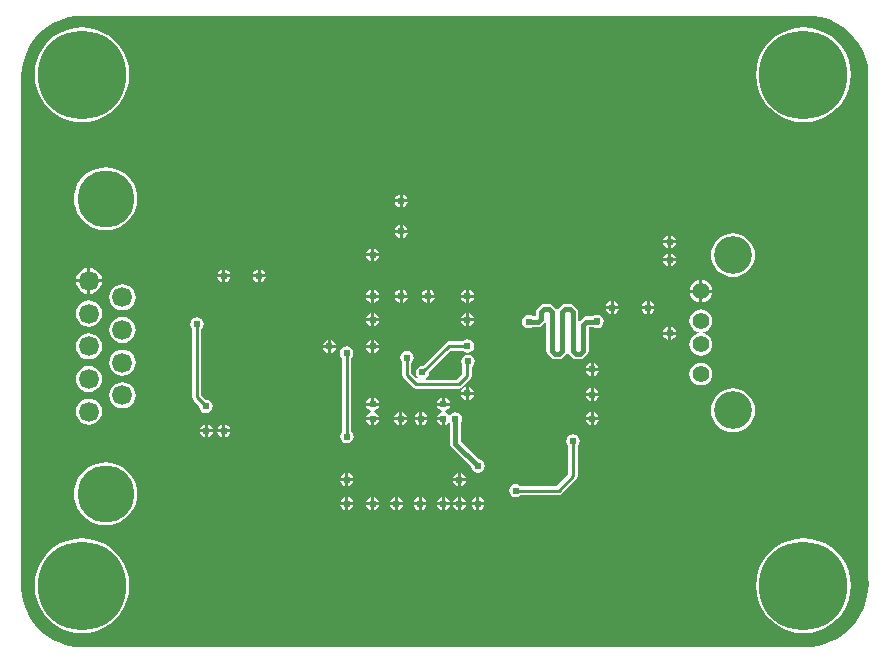
<source format=gbl>
G04*
G04 #@! TF.GenerationSoftware,Altium Limited,Altium Designer,20.1.10 (176)*
G04*
G04 Layer_Physical_Order=2*
G04 Layer_Color=16711680*
%FSLAX25Y25*%
%MOIN*%
G70*
G04*
G04 #@! TF.SameCoordinates,3FE8EB72-B5E6-4F20-A0E2-AFB057232DD4*
G04*
G04*
G04 #@! TF.FilePolarity,Positive*
G04*
G01*
G75*
%ADD10C,0.01000*%
%ADD32C,0.01500*%
%ADD33C,0.06653*%
%ADD34C,0.19000*%
%ADD35C,0.12598*%
%ADD36C,0.05512*%
%ADD37C,0.29528*%
%ADD38C,0.02400*%
G36*
X263931Y210461D02*
X266559Y210035D01*
X269109Y209271D01*
X271537Y208180D01*
X273802Y206781D01*
X275866Y205099D01*
X277692Y203161D01*
X279249Y201002D01*
X280511Y198658D01*
X281457Y196170D01*
X282070Y193579D01*
X282339Y190930D01*
X282300Y189600D01*
X282300D01*
X282300Y189106D01*
X282300Y22800D01*
X282300Y22800D01*
X282402Y21407D01*
X282239Y18619D01*
X281715Y15876D01*
X280837Y13224D01*
X279620Y10710D01*
X278085Y8377D01*
X276259Y6263D01*
X274173Y4406D01*
X271862Y2838D01*
X269366Y1584D01*
X266728Y667D01*
X263993Y102D01*
X262600Y-0D01*
Y-0D01*
X19600Y0D01*
X18266Y49D01*
X15634Y495D01*
X13083Y1280D01*
X10656Y2392D01*
X8395Y3811D01*
X6338Y5513D01*
X4522Y7469D01*
X2976Y9645D01*
X1727Y12004D01*
X797Y14506D01*
X201Y17109D01*
X-49Y19766D01*
X-0Y21100D01*
X-0D01*
X-0Y189200D01*
X0D01*
X-52Y190544D01*
X194Y193222D01*
X789Y195844D01*
X1720Y198367D01*
X2973Y200747D01*
X4526Y202943D01*
X6352Y204917D01*
X8420Y206636D01*
X10695Y208071D01*
X13137Y209196D01*
X15706Y209993D01*
X18356Y210448D01*
X19208Y210481D01*
X19700Y210500D01*
X19700Y210500D01*
X19700Y210500D01*
X262600D01*
X262600Y210500D01*
X262600Y210500D01*
X263931Y210461D01*
D02*
G37*
%LPC*%
G36*
X260700Y206612D02*
X258226Y206418D01*
X255814Y205839D01*
X253521Y204889D01*
X251406Y203593D01*
X249519Y201981D01*
X247907Y200094D01*
X246611Y197979D01*
X245661Y195686D01*
X245082Y193274D01*
X244887Y190800D01*
X245082Y188326D01*
X245661Y185914D01*
X246611Y183621D01*
X247907Y181506D01*
X249519Y179619D01*
X251406Y178007D01*
X253521Y176711D01*
X255814Y175761D01*
X258226Y175182D01*
X260700Y174987D01*
X263174Y175182D01*
X265586Y175761D01*
X267879Y176711D01*
X269994Y178007D01*
X271881Y179619D01*
X273493Y181506D01*
X274789Y183621D01*
X275739Y185914D01*
X276318Y188326D01*
X276513Y190800D01*
X276318Y193274D01*
X275739Y195686D01*
X274789Y197979D01*
X273493Y200094D01*
X271881Y201981D01*
X269994Y203593D01*
X267879Y204889D01*
X265586Y205839D01*
X263174Y206418D01*
X260700Y206612D01*
D02*
G37*
G36*
X20200D02*
X17726Y206418D01*
X15314Y205839D01*
X13021Y204889D01*
X10906Y203593D01*
X9019Y201981D01*
X7407Y200094D01*
X6111Y197979D01*
X5161Y195686D01*
X4582Y193274D01*
X4388Y190800D01*
X4582Y188326D01*
X5161Y185914D01*
X6111Y183621D01*
X7407Y181506D01*
X9019Y179619D01*
X10906Y178007D01*
X13021Y176711D01*
X15314Y175761D01*
X17726Y175182D01*
X20200Y174987D01*
X22674Y175182D01*
X25086Y175761D01*
X27379Y176711D01*
X29494Y178007D01*
X31381Y179619D01*
X32993Y181506D01*
X34289Y183621D01*
X35239Y185914D01*
X35818Y188326D01*
X36013Y190800D01*
X35818Y193274D01*
X35239Y195686D01*
X34289Y197979D01*
X32993Y200094D01*
X31381Y201981D01*
X29494Y203593D01*
X27379Y204889D01*
X25086Y205839D01*
X22674Y206418D01*
X20200Y206612D01*
D02*
G37*
G36*
X127097Y150940D02*
Y149296D01*
X128741D01*
X128670Y149655D01*
X128183Y150382D01*
X127456Y150869D01*
X127097Y150940D01*
D02*
G37*
G36*
X126097D02*
X125739Y150869D01*
X125011Y150382D01*
X124525Y149655D01*
X124454Y149296D01*
X126097D01*
Y150940D01*
D02*
G37*
G36*
X128741Y148296D02*
X127097D01*
Y146653D01*
X127456Y146724D01*
X128183Y147210D01*
X128670Y147938D01*
X128741Y148296D01*
D02*
G37*
G36*
X126097D02*
X124454D01*
X124525Y147938D01*
X125011Y147210D01*
X125739Y146724D01*
X126097Y146653D01*
Y148296D01*
D02*
G37*
G36*
X127097Y140740D02*
Y139096D01*
X128741D01*
X128670Y139455D01*
X128183Y140182D01*
X127456Y140669D01*
X127097Y140740D01*
D02*
G37*
G36*
X126097D02*
X125739Y140669D01*
X125011Y140182D01*
X124525Y139455D01*
X124454Y139096D01*
X126097D01*
Y140740D01*
D02*
G37*
G36*
X28097Y160029D02*
X26450Y159899D01*
X24843Y159513D01*
X23316Y158881D01*
X21906Y158017D01*
X20650Y156944D01*
X19576Y155687D01*
X18713Y154278D01*
X18080Y152751D01*
X17695Y151144D01*
X17565Y149496D01*
X17695Y147849D01*
X18080Y146241D01*
X18713Y144715D01*
X19576Y143305D01*
X20650Y142049D01*
X21906Y140975D01*
X23316Y140112D01*
X24843Y139479D01*
X26450Y139093D01*
X28097Y138964D01*
X29745Y139093D01*
X31352Y139479D01*
X32879Y140112D01*
X34288Y140975D01*
X35545Y142049D01*
X36618Y143305D01*
X37482Y144715D01*
X38114Y146241D01*
X38500Y147849D01*
X38630Y149496D01*
X38500Y151144D01*
X38114Y152751D01*
X37482Y154278D01*
X36618Y155687D01*
X35545Y156944D01*
X34288Y158017D01*
X32879Y158881D01*
X31352Y159513D01*
X29745Y159899D01*
X28097Y160029D01*
D02*
G37*
G36*
X128741Y138096D02*
X127097D01*
Y136453D01*
X127456Y136524D01*
X128183Y137010D01*
X128670Y137738D01*
X128741Y138096D01*
D02*
G37*
G36*
X126097D02*
X124454D01*
X124525Y137738D01*
X125011Y137010D01*
X125739Y136524D01*
X126097Y136453D01*
Y138096D01*
D02*
G37*
G36*
X216597Y137240D02*
Y135596D01*
X218241D01*
X218170Y135955D01*
X217684Y136682D01*
X216956Y137169D01*
X216597Y137240D01*
D02*
G37*
G36*
X215597D02*
X215239Y137169D01*
X214511Y136682D01*
X214025Y135955D01*
X213954Y135596D01*
X215597D01*
Y137240D01*
D02*
G37*
G36*
X218241Y134596D02*
X216597D01*
Y132953D01*
X216956Y133024D01*
X217684Y133510D01*
X218170Y134238D01*
X218241Y134596D01*
D02*
G37*
G36*
X215597D02*
X213954D01*
X214025Y134238D01*
X214511Y133510D01*
X215239Y133024D01*
X215597Y132953D01*
Y134596D01*
D02*
G37*
G36*
X117597Y132940D02*
Y131296D01*
X119241D01*
X119170Y131655D01*
X118684Y132382D01*
X117956Y132869D01*
X117597Y132940D01*
D02*
G37*
G36*
X116597D02*
X116239Y132869D01*
X115511Y132382D01*
X115025Y131655D01*
X114954Y131296D01*
X116597D01*
Y132940D01*
D02*
G37*
G36*
X216597Y131240D02*
Y129596D01*
X218241D01*
X218170Y129955D01*
X217684Y130682D01*
X216956Y131169D01*
X216597Y131240D01*
D02*
G37*
G36*
X215597D02*
X215239Y131169D01*
X214511Y130682D01*
X214025Y129955D01*
X213954Y129596D01*
X215597D01*
Y131240D01*
D02*
G37*
G36*
X119241Y130296D02*
X117597D01*
Y128653D01*
X117956Y128724D01*
X118684Y129210D01*
X119170Y129938D01*
X119241Y130296D01*
D02*
G37*
G36*
X116597D02*
X114954D01*
X115025Y129938D01*
X115511Y129210D01*
X116239Y128724D01*
X116597Y128653D01*
Y130296D01*
D02*
G37*
G36*
X218241Y128596D02*
X216597D01*
Y126953D01*
X216956Y127024D01*
X217684Y127510D01*
X218170Y128238D01*
X218241Y128596D01*
D02*
G37*
G36*
X215597D02*
X213954D01*
X214025Y128238D01*
X214511Y127510D01*
X215239Y127024D01*
X215597Y126953D01*
Y128596D01*
D02*
G37*
G36*
X79797Y125940D02*
Y124296D01*
X81441D01*
X81370Y124655D01*
X80884Y125382D01*
X80156Y125869D01*
X79797Y125940D01*
D02*
G37*
G36*
X78797D02*
X78439Y125869D01*
X77711Y125382D01*
X77225Y124655D01*
X77154Y124296D01*
X78797D01*
Y125940D01*
D02*
G37*
G36*
X67997D02*
Y124296D01*
X69641D01*
X69570Y124655D01*
X69083Y125382D01*
X68356Y125869D01*
X67997Y125940D01*
D02*
G37*
G36*
X66997D02*
X66639Y125869D01*
X65911Y125382D01*
X65425Y124655D01*
X65354Y124296D01*
X66997D01*
Y125940D01*
D02*
G37*
G36*
X237197Y138031D02*
X235767Y137890D01*
X234391Y137472D01*
X233122Y136795D01*
X232011Y135882D01*
X231099Y134771D01*
X230421Y133503D01*
X230004Y132127D01*
X229863Y130696D01*
X230004Y129265D01*
X230421Y127889D01*
X231099Y126621D01*
X232011Y125510D01*
X233122Y124598D01*
X234391Y123920D01*
X235767Y123503D01*
X237197Y123362D01*
X238628Y123503D01*
X240004Y123920D01*
X241272Y124598D01*
X242384Y125510D01*
X243296Y126621D01*
X243974Y127889D01*
X244391Y129265D01*
X244532Y130696D01*
X244391Y132127D01*
X243974Y133503D01*
X243296Y134771D01*
X242384Y135882D01*
X241272Y136795D01*
X240004Y137472D01*
X238628Y137890D01*
X237197Y138031D01*
D02*
G37*
G36*
X23006Y126412D02*
Y122614D01*
X26805D01*
X26722Y123244D01*
X26286Y124296D01*
X25592Y125200D01*
X24688Y125894D01*
X23636Y126330D01*
X23006Y126412D01*
D02*
G37*
G36*
X22006Y126412D02*
X21377Y126330D01*
X20324Y125894D01*
X19421Y125200D01*
X18727Y124296D01*
X18291Y123244D01*
X18208Y122614D01*
X22006D01*
Y126412D01*
D02*
G37*
G36*
X81441Y123296D02*
X79797D01*
Y121653D01*
X80156Y121724D01*
X80884Y122210D01*
X81370Y122938D01*
X81441Y123296D01*
D02*
G37*
G36*
X78797D02*
X77154D01*
X77225Y122938D01*
X77711Y122210D01*
X78439Y121724D01*
X78797Y121653D01*
Y123296D01*
D02*
G37*
G36*
X69641D02*
X67997D01*
Y121653D01*
X68356Y121724D01*
X69083Y122210D01*
X69570Y122938D01*
X69641Y123296D01*
D02*
G37*
G36*
X66997D02*
X65354D01*
X65425Y122938D01*
X65911Y122210D01*
X66639Y121724D01*
X66997Y121653D01*
Y123296D01*
D02*
G37*
G36*
X226997Y122359D02*
Y119136D01*
X230220D01*
X230157Y119617D01*
X229778Y120530D01*
X229176Y121315D01*
X228392Y121917D01*
X227478Y122295D01*
X226997Y122359D01*
D02*
G37*
G36*
X225997D02*
X225517Y122295D01*
X224603Y121917D01*
X223819Y121315D01*
X223217Y120530D01*
X222838Y119617D01*
X222775Y119136D01*
X225997D01*
Y122359D01*
D02*
G37*
G36*
X26805Y121614D02*
X23006D01*
Y117816D01*
X23636Y117899D01*
X24688Y118335D01*
X25592Y119028D01*
X26286Y119932D01*
X26722Y120985D01*
X26805Y121614D01*
D02*
G37*
G36*
X22006D02*
X18208D01*
X18291Y120985D01*
X18727Y119932D01*
X19421Y119028D01*
X20324Y118335D01*
X21377Y117899D01*
X22006Y117816D01*
Y121614D01*
D02*
G37*
G36*
X149197Y119140D02*
Y117496D01*
X150841D01*
X150770Y117855D01*
X150284Y118582D01*
X149556Y119069D01*
X149197Y119140D01*
D02*
G37*
G36*
X148197D02*
X147839Y119069D01*
X147111Y118582D01*
X146625Y117855D01*
X146554Y117496D01*
X148197D01*
Y119140D01*
D02*
G37*
G36*
X136097D02*
Y117496D01*
X137741D01*
X137670Y117855D01*
X137183Y118582D01*
X136456Y119069D01*
X136097Y119140D01*
D02*
G37*
G36*
X135097D02*
X134739Y119069D01*
X134011Y118582D01*
X133525Y117855D01*
X133454Y117496D01*
X135097D01*
Y119140D01*
D02*
G37*
G36*
X127097D02*
Y117496D01*
X128741D01*
X128670Y117855D01*
X128183Y118582D01*
X127456Y119069D01*
X127097Y119140D01*
D02*
G37*
G36*
X126097D02*
X125739Y119069D01*
X125011Y118582D01*
X124525Y117855D01*
X124454Y117496D01*
X126097D01*
Y119140D01*
D02*
G37*
G36*
X117597D02*
Y117496D01*
X119241D01*
X119170Y117855D01*
X118684Y118582D01*
X117956Y119069D01*
X117597Y119140D01*
D02*
G37*
G36*
X116597D02*
X116239Y119069D01*
X115511Y118582D01*
X115025Y117855D01*
X114954Y117496D01*
X116597D01*
Y119140D01*
D02*
G37*
G36*
X230220Y118136D02*
X226997D01*
Y114914D01*
X227478Y114977D01*
X228392Y115355D01*
X229176Y115957D01*
X229778Y116742D01*
X230157Y117656D01*
X230220Y118136D01*
D02*
G37*
G36*
X225997D02*
X222775D01*
X222838Y117656D01*
X223217Y116742D01*
X223819Y115957D01*
X224603Y115355D01*
X225517Y114977D01*
X225997Y114914D01*
Y118136D01*
D02*
G37*
G36*
X150841Y116496D02*
X149197D01*
Y114853D01*
X149556Y114924D01*
X150284Y115410D01*
X150770Y116138D01*
X150841Y116496D01*
D02*
G37*
G36*
X148197D02*
X146554D01*
X146625Y116138D01*
X147111Y115410D01*
X147839Y114924D01*
X148197Y114853D01*
Y116496D01*
D02*
G37*
G36*
X137741D02*
X136097D01*
Y114853D01*
X136456Y114924D01*
X137183Y115410D01*
X137670Y116138D01*
X137741Y116496D01*
D02*
G37*
G36*
X135097D02*
X133454D01*
X133525Y116138D01*
X134011Y115410D01*
X134739Y114924D01*
X135097Y114853D01*
Y116496D01*
D02*
G37*
G36*
X128741D02*
X127097D01*
Y114853D01*
X127456Y114924D01*
X128183Y115410D01*
X128670Y116138D01*
X128741Y116496D01*
D02*
G37*
G36*
X126097D02*
X124454D01*
X124525Y116138D01*
X125011Y115410D01*
X125739Y114924D01*
X126097Y114853D01*
Y116496D01*
D02*
G37*
G36*
X119241D02*
X117597D01*
Y114853D01*
X117956Y114924D01*
X118684Y115410D01*
X119170Y116138D01*
X119241Y116496D01*
D02*
G37*
G36*
X116597D02*
X114954D01*
X115025Y116138D01*
X115511Y115410D01*
X116239Y114924D01*
X116597Y114853D01*
Y116496D01*
D02*
G37*
G36*
X209397Y115323D02*
Y113680D01*
X211041D01*
X210970Y114038D01*
X210484Y114766D01*
X209756Y115252D01*
X209397Y115323D01*
D02*
G37*
G36*
X208397D02*
X208039Y115252D01*
X207311Y114766D01*
X206825Y114038D01*
X206754Y113680D01*
X208397D01*
Y115323D01*
D02*
G37*
G36*
X197430D02*
Y113680D01*
X199074D01*
X199002Y114038D01*
X198516Y114766D01*
X197788Y115252D01*
X197430Y115323D01*
D02*
G37*
G36*
X196430D02*
X196072Y115252D01*
X195344Y114766D01*
X194858Y114038D01*
X194786Y113680D01*
X196430D01*
Y115323D01*
D02*
G37*
G36*
X182738Y114430D02*
X181337D01*
X180655Y114295D01*
X180076Y113908D01*
X180076Y113908D01*
X179026Y112858D01*
X178838Y112577D01*
X178237Y112577D01*
X178049Y112858D01*
X178049Y112858D01*
X176999Y113908D01*
X176420Y114295D01*
X175738Y114430D01*
X174337D01*
X173655Y114295D01*
X173076Y113908D01*
X173076Y113908D01*
X172026Y112858D01*
X171639Y112279D01*
X171503Y111596D01*
Y110285D01*
X171498Y110281D01*
X170387D01*
X169956Y110569D01*
X169097Y110739D01*
X168239Y110569D01*
X167511Y110082D01*
X167025Y109355D01*
X166854Y108496D01*
X167025Y107638D01*
X167511Y106910D01*
X168239Y106424D01*
X169097Y106253D01*
X169956Y106424D01*
X170387Y106712D01*
X172238D01*
X172920Y106848D01*
X173499Y107235D01*
X174503Y108239D01*
X174695Y108214D01*
X175003Y108064D01*
Y98845D01*
X175139Y98162D01*
X175526Y97583D01*
X176576Y96533D01*
X176576Y96533D01*
X177155Y96146D01*
X177838Y96010D01*
X179237D01*
X179920Y96146D01*
X180499Y96533D01*
X181549Y97583D01*
X181549Y97583D01*
X181737Y97864D01*
X182338Y97864D01*
X182526Y97583D01*
X183576Y96533D01*
X183576Y96533D01*
X184155Y96146D01*
X184837Y96010D01*
X186238D01*
X186920Y96146D01*
X187499Y96533D01*
X188549Y97583D01*
X188549Y97583D01*
X188936Y98162D01*
X189072Y98845D01*
Y106707D01*
X189077Y106712D01*
X190758D01*
X191039Y106524D01*
X191897Y106353D01*
X192756Y106524D01*
X193483Y107010D01*
X193970Y107738D01*
X194141Y108596D01*
X193970Y109455D01*
X193483Y110182D01*
X192756Y110669D01*
X191897Y110839D01*
X191039Y110669D01*
X190458Y110281D01*
X188338D01*
X187655Y110145D01*
X187076Y109758D01*
X187076Y109758D01*
X186072Y108754D01*
X185880Y108779D01*
X185572Y108928D01*
Y111596D01*
X185436Y112279D01*
X185049Y112858D01*
X185049Y112858D01*
X183999Y113908D01*
X183420Y114295D01*
X182738Y114430D01*
D02*
G37*
G36*
X33688Y121025D02*
X32559Y120877D01*
X31506Y120441D01*
X30602Y119747D01*
X29909Y118843D01*
X29473Y117791D01*
X29324Y116661D01*
X29473Y115532D01*
X29909Y114479D01*
X30602Y113575D01*
X31506Y112882D01*
X32559Y112446D01*
X33688Y112297D01*
X34818Y112446D01*
X35870Y112882D01*
X36774Y113575D01*
X37468Y114479D01*
X37904Y115532D01*
X38052Y116661D01*
X37904Y117791D01*
X37468Y118843D01*
X36774Y119747D01*
X35870Y120441D01*
X34818Y120877D01*
X33688Y121025D01*
D02*
G37*
G36*
X211041Y112680D02*
X209397D01*
Y111036D01*
X209756Y111107D01*
X210484Y111594D01*
X210970Y112321D01*
X211041Y112680D01*
D02*
G37*
G36*
X208397D02*
X206754D01*
X206825Y112321D01*
X207311Y111594D01*
X208039Y111107D01*
X208397Y111036D01*
Y112680D01*
D02*
G37*
G36*
X199074D02*
X197430D01*
Y111036D01*
X197788Y111107D01*
X198516Y111594D01*
X199002Y112321D01*
X199074Y112680D01*
D02*
G37*
G36*
X196430D02*
X194786D01*
X194858Y112321D01*
X195344Y111594D01*
X196072Y111107D01*
X196430Y111036D01*
Y112680D01*
D02*
G37*
G36*
X149197Y111340D02*
Y109696D01*
X150841D01*
X150770Y110055D01*
X150284Y110782D01*
X149556Y111269D01*
X149197Y111340D01*
D02*
G37*
G36*
X148197D02*
X147839Y111269D01*
X147111Y110782D01*
X146625Y110055D01*
X146554Y109696D01*
X148197D01*
Y111340D01*
D02*
G37*
G36*
X117597D02*
Y109696D01*
X119241D01*
X119170Y110055D01*
X118684Y110782D01*
X117956Y111269D01*
X117597Y111340D01*
D02*
G37*
G36*
X116597D02*
X116239Y111269D01*
X115511Y110782D01*
X115025Y110055D01*
X114954Y109696D01*
X116597D01*
Y111340D01*
D02*
G37*
G36*
X150841Y108696D02*
X149197D01*
Y107053D01*
X149556Y107124D01*
X150284Y107610D01*
X150770Y108338D01*
X150841Y108696D01*
D02*
G37*
G36*
X148197D02*
X146554D01*
X146625Y108338D01*
X147111Y107610D01*
X147839Y107124D01*
X148197Y107053D01*
Y108696D01*
D02*
G37*
G36*
X119241D02*
X117597D01*
Y107053D01*
X117956Y107124D01*
X118684Y107610D01*
X119170Y108338D01*
X119241Y108696D01*
D02*
G37*
G36*
X116597D02*
X114954D01*
X115025Y108338D01*
X115511Y107610D01*
X116239Y107124D01*
X116597Y107053D01*
Y108696D01*
D02*
G37*
G36*
X22506Y115573D02*
X21377Y115425D01*
X20324Y114989D01*
X19421Y114295D01*
X18727Y113391D01*
X18291Y112339D01*
X18142Y111209D01*
X18291Y110080D01*
X18727Y109027D01*
X19421Y108123D01*
X20324Y107430D01*
X21377Y106994D01*
X22506Y106845D01*
X23636Y106994D01*
X24688Y107430D01*
X25592Y108123D01*
X26286Y109027D01*
X26722Y110080D01*
X26871Y111209D01*
X26722Y112339D01*
X26286Y113391D01*
X25592Y114295D01*
X24688Y114989D01*
X23636Y115425D01*
X22506Y115573D01*
D02*
G37*
G36*
X216597Y106840D02*
Y105196D01*
X218241D01*
X218170Y105555D01*
X217684Y106282D01*
X216956Y106769D01*
X216597Y106840D01*
D02*
G37*
G36*
X215597D02*
X215239Y106769D01*
X214511Y106282D01*
X214025Y105555D01*
X213954Y105196D01*
X215597D01*
Y106840D01*
D02*
G37*
G36*
X218241Y104196D02*
X216597D01*
Y102553D01*
X216956Y102624D01*
X217684Y103110D01*
X218170Y103838D01*
X218241Y104196D01*
D02*
G37*
G36*
X215597D02*
X213954D01*
X214025Y103838D01*
X214511Y103110D01*
X215239Y102624D01*
X215597Y102553D01*
Y104196D01*
D02*
G37*
G36*
X33688Y110120D02*
X32559Y109972D01*
X31506Y109536D01*
X30602Y108842D01*
X29909Y107938D01*
X29473Y106886D01*
X29324Y105756D01*
X29473Y104627D01*
X29909Y103574D01*
X30602Y102670D01*
X31506Y101977D01*
X32559Y101541D01*
X33688Y101392D01*
X34818Y101541D01*
X35870Y101977D01*
X36774Y102670D01*
X37468Y103574D01*
X37904Y104627D01*
X38052Y105756D01*
X37904Y106886D01*
X37468Y107938D01*
X36774Y108842D01*
X35870Y109536D01*
X34818Y109972D01*
X33688Y110120D01*
D02*
G37*
G36*
X117597Y102440D02*
Y100796D01*
X119241D01*
X119170Y101155D01*
X118684Y101882D01*
X117956Y102369D01*
X117597Y102440D01*
D02*
G37*
G36*
X116597D02*
X116239Y102369D01*
X115511Y101882D01*
X115025Y101155D01*
X114954Y100796D01*
X116597D01*
Y102440D01*
D02*
G37*
G36*
X103197D02*
Y100796D01*
X104841D01*
X104770Y101155D01*
X104283Y101882D01*
X103556Y102369D01*
X103197Y102440D01*
D02*
G37*
G36*
X102197D02*
X101839Y102369D01*
X101111Y101882D01*
X100625Y101155D01*
X100554Y100796D01*
X102197D01*
Y102440D01*
D02*
G37*
G36*
X148697Y102639D02*
X147839Y102469D01*
X147111Y101982D01*
X147073Y101926D01*
X142497D01*
X141912Y101809D01*
X141416Y101478D01*
X133764Y93826D01*
X133697Y93839D01*
X132839Y93669D01*
X132111Y93182D01*
X131625Y92455D01*
X131454Y91596D01*
X131625Y90738D01*
X132111Y90010D01*
X132132Y89996D01*
X132037Y89458D01*
X131925Y89431D01*
X130027Y91330D01*
Y94872D01*
X130084Y94910D01*
X130570Y95638D01*
X130740Y96496D01*
X130570Y97355D01*
X130084Y98082D01*
X129356Y98569D01*
X128497Y98739D01*
X127639Y98569D01*
X126911Y98082D01*
X126425Y97355D01*
X126254Y96496D01*
X126425Y95638D01*
X126911Y94910D01*
X126968Y94872D01*
Y90696D01*
X127084Y90111D01*
X127416Y89615D01*
X130416Y86615D01*
X130912Y86283D01*
X131498Y86167D01*
X145797D01*
X146383Y86283D01*
X146817Y86573D01*
X147111Y86182D01*
X146929Y85909D01*
X146625Y85455D01*
X146554Y85096D01*
X148197D01*
Y86740D01*
X147839Y86669D01*
X147239Y86267D01*
X146920Y86656D01*
X147167Y86903D01*
X149661Y89397D01*
X149993Y89893D01*
X150109Y90478D01*
Y93443D01*
X150434Y93660D01*
X150920Y94388D01*
X151091Y95246D01*
X150920Y96105D01*
X150434Y96832D01*
X149706Y97319D01*
X148847Y97489D01*
X147989Y97319D01*
X147261Y96832D01*
X146775Y96105D01*
X146604Y95246D01*
X146775Y94388D01*
X147050Y93976D01*
Y91112D01*
X145164Y89226D01*
X135009D01*
X134858Y89726D01*
X135284Y90010D01*
X135770Y90738D01*
X135941Y91596D01*
X135927Y91663D01*
X143131Y98867D01*
X147073D01*
X147111Y98810D01*
X147839Y98324D01*
X148697Y98153D01*
X149556Y98324D01*
X150284Y98810D01*
X150770Y99538D01*
X150941Y100396D01*
X150770Y101255D01*
X150284Y101982D01*
X149556Y102469D01*
X148697Y102639D01*
D02*
G37*
G36*
X119241Y99796D02*
X117597D01*
Y98153D01*
X117956Y98224D01*
X118684Y98710D01*
X119170Y99438D01*
X119241Y99796D01*
D02*
G37*
G36*
X116597D02*
X114954D01*
X115025Y99438D01*
X115511Y98710D01*
X116239Y98224D01*
X116597Y98153D01*
Y99796D01*
D02*
G37*
G36*
X104841D02*
X103197D01*
Y98153D01*
X103556Y98224D01*
X104283Y98710D01*
X104770Y99438D01*
X104841Y99796D01*
D02*
G37*
G36*
X102197D02*
X100554D01*
X100625Y99438D01*
X101111Y98710D01*
X101839Y98224D01*
X102197Y98153D01*
Y99796D01*
D02*
G37*
G36*
X226497Y112584D02*
X225517Y112455D01*
X224603Y112077D01*
X223819Y111475D01*
X223217Y110690D01*
X222838Y109777D01*
X222709Y108796D01*
X222838Y107816D01*
X223217Y106902D01*
X223819Y106117D01*
X224603Y105515D01*
X225517Y105137D01*
X225734Y105108D01*
Y104604D01*
X225517Y104575D01*
X224603Y104197D01*
X223819Y103595D01*
X223217Y102810D01*
X222838Y101897D01*
X222709Y100916D01*
X222838Y99936D01*
X223217Y99022D01*
X223819Y98238D01*
X224603Y97635D01*
X225517Y97257D01*
X226497Y97128D01*
X227478Y97257D01*
X228392Y97635D01*
X229176Y98238D01*
X229778Y99022D01*
X230157Y99936D01*
X230286Y100916D01*
X230157Y101897D01*
X229778Y102810D01*
X229176Y103595D01*
X228392Y104197D01*
X227478Y104575D01*
X227260Y104604D01*
Y105108D01*
X227478Y105137D01*
X228392Y105515D01*
X229176Y106117D01*
X229778Y106902D01*
X230157Y107816D01*
X230286Y108796D01*
X230157Y109777D01*
X229778Y110690D01*
X229176Y111475D01*
X228392Y112077D01*
X227478Y112455D01*
X226497Y112584D01*
D02*
G37*
G36*
X22506Y104667D02*
X21377Y104519D01*
X20324Y104083D01*
X19421Y103389D01*
X18727Y102485D01*
X18291Y101433D01*
X18142Y100303D01*
X18291Y99174D01*
X18727Y98121D01*
X19421Y97217D01*
X20324Y96524D01*
X21377Y96088D01*
X22506Y95939D01*
X23636Y96088D01*
X24688Y96524D01*
X25592Y97217D01*
X26286Y98121D01*
X26722Y99174D01*
X26871Y100303D01*
X26722Y101433D01*
X26286Y102485D01*
X25592Y103389D01*
X24688Y104083D01*
X23636Y104519D01*
X22506Y104667D01*
D02*
G37*
G36*
X190797Y94740D02*
Y93096D01*
X192441D01*
X192370Y93455D01*
X191884Y94182D01*
X191156Y94669D01*
X190797Y94740D01*
D02*
G37*
G36*
X189797D02*
X189439Y94669D01*
X188711Y94182D01*
X188225Y93455D01*
X188154Y93096D01*
X189797D01*
Y94740D01*
D02*
G37*
G36*
X33688Y99214D02*
X32559Y99066D01*
X31506Y98630D01*
X30602Y97936D01*
X29909Y97032D01*
X29473Y95980D01*
X29324Y94850D01*
X29473Y93721D01*
X29909Y92668D01*
X30602Y91764D01*
X31506Y91071D01*
X32559Y90635D01*
X33688Y90486D01*
X34818Y90635D01*
X35870Y91071D01*
X36774Y91764D01*
X37468Y92668D01*
X37904Y93721D01*
X38052Y94850D01*
X37904Y95980D01*
X37468Y97032D01*
X36774Y97936D01*
X35870Y98630D01*
X34818Y99066D01*
X33688Y99214D01*
D02*
G37*
G36*
X192441Y92096D02*
X190797D01*
Y90453D01*
X191156Y90524D01*
X191884Y91010D01*
X192370Y91738D01*
X192441Y92096D01*
D02*
G37*
G36*
X189797D02*
X188154D01*
X188225Y91738D01*
X188711Y91010D01*
X189439Y90524D01*
X189797Y90453D01*
Y92096D01*
D02*
G37*
G36*
X226497Y94864D02*
X225517Y94735D01*
X224603Y94357D01*
X223819Y93755D01*
X223217Y92970D01*
X222838Y92057D01*
X222709Y91076D01*
X222838Y90096D01*
X223217Y89182D01*
X223819Y88398D01*
X224603Y87795D01*
X225517Y87417D01*
X226497Y87288D01*
X227478Y87417D01*
X228392Y87795D01*
X229176Y88398D01*
X229778Y89182D01*
X230157Y90096D01*
X230286Y91076D01*
X230157Y92057D01*
X229778Y92970D01*
X229176Y93755D01*
X228392Y94357D01*
X227478Y94735D01*
X226497Y94864D01*
D02*
G37*
G36*
X149197Y86740D02*
Y85096D01*
X150841D01*
X150770Y85455D01*
X150284Y86182D01*
X149556Y86669D01*
X149197Y86740D01*
D02*
G37*
G36*
X22506Y93761D02*
X21377Y93613D01*
X20324Y93177D01*
X19421Y92483D01*
X18727Y91579D01*
X18291Y90527D01*
X18142Y89397D01*
X18291Y88268D01*
X18727Y87215D01*
X19421Y86311D01*
X20324Y85618D01*
X21377Y85182D01*
X22506Y85033D01*
X23636Y85182D01*
X24688Y85618D01*
X25592Y86311D01*
X26286Y87215D01*
X26722Y88268D01*
X26871Y89397D01*
X26722Y90527D01*
X26286Y91579D01*
X25592Y92483D01*
X24688Y93177D01*
X23636Y93613D01*
X22506Y93761D01*
D02*
G37*
G36*
X190797Y86340D02*
Y84696D01*
X192441D01*
X192370Y85055D01*
X191884Y85782D01*
X191156Y86269D01*
X190797Y86340D01*
D02*
G37*
G36*
X189797D02*
X189439Y86269D01*
X188711Y85782D01*
X188225Y85055D01*
X188154Y84696D01*
X189797D01*
Y86340D01*
D02*
G37*
G36*
X150841Y84096D02*
X149197D01*
Y82453D01*
X149556Y82524D01*
X150284Y83010D01*
X150770Y83738D01*
X150841Y84096D01*
D02*
G37*
G36*
X148197D02*
X146554D01*
X146625Y83738D01*
X147111Y83010D01*
X147839Y82524D01*
X148197Y82453D01*
Y84096D01*
D02*
G37*
G36*
X192441Y83696D02*
X190797D01*
Y82053D01*
X191156Y82124D01*
X191884Y82610D01*
X192370Y83338D01*
X192441Y83696D01*
D02*
G37*
G36*
X189797D02*
X188154D01*
X188225Y83338D01*
X188711Y82610D01*
X189439Y82124D01*
X189797Y82053D01*
Y83696D01*
D02*
G37*
G36*
X141197Y83140D02*
Y81496D01*
X142841D01*
X142770Y81855D01*
X142283Y82582D01*
X141556Y83069D01*
X141197Y83140D01*
D02*
G37*
G36*
X140197D02*
X139839Y83069D01*
X139111Y82582D01*
X138625Y81855D01*
X138554Y81496D01*
X140197D01*
Y83140D01*
D02*
G37*
G36*
X117597D02*
Y81496D01*
X119241D01*
X119170Y81855D01*
X118684Y82582D01*
X117956Y83069D01*
X117597Y83140D01*
D02*
G37*
G36*
X116597D02*
X116239Y83069D01*
X115511Y82582D01*
X115025Y81855D01*
X114954Y81496D01*
X116597D01*
Y83140D01*
D02*
G37*
G36*
X33688Y88309D02*
X32559Y88161D01*
X31506Y87725D01*
X30602Y87031D01*
X29909Y86127D01*
X29473Y85075D01*
X29324Y83945D01*
X29473Y82816D01*
X29909Y81763D01*
X30602Y80859D01*
X31506Y80166D01*
X32559Y79730D01*
X33688Y79581D01*
X34818Y79730D01*
X35870Y80166D01*
X36774Y80859D01*
X37468Y81763D01*
X37904Y82816D01*
X38052Y83945D01*
X37904Y85075D01*
X37468Y86127D01*
X36774Y87031D01*
X35870Y87725D01*
X34818Y88161D01*
X33688Y88309D01*
D02*
G37*
G36*
X58497Y109939D02*
X57639Y109769D01*
X56911Y109282D01*
X56425Y108555D01*
X56254Y107696D01*
X56425Y106838D01*
X56911Y106110D01*
X56968Y106072D01*
Y83296D01*
X57084Y82711D01*
X57416Y82215D01*
X59268Y80363D01*
X59254Y80296D01*
X59425Y79438D01*
X59911Y78710D01*
X60639Y78224D01*
X61497Y78053D01*
X62356Y78224D01*
X63083Y78710D01*
X63570Y79438D01*
X63740Y80296D01*
X63570Y81155D01*
X63083Y81882D01*
X62356Y82369D01*
X61497Y82539D01*
X61431Y82526D01*
X60027Y83930D01*
Y106072D01*
X60084Y106110D01*
X60570Y106838D01*
X60741Y107696D01*
X60570Y108555D01*
X60084Y109282D01*
X59356Y109769D01*
X58497Y109939D01*
D02*
G37*
G36*
X190797Y78340D02*
Y76696D01*
X192441D01*
X192370Y77055D01*
X191884Y77782D01*
X191156Y78269D01*
X190797Y78340D01*
D02*
G37*
G36*
X189797D02*
X189439Y78269D01*
X188711Y77782D01*
X188225Y77055D01*
X188154Y76696D01*
X189797D01*
Y78340D01*
D02*
G37*
G36*
X133697D02*
Y76696D01*
X135341D01*
X135270Y77055D01*
X134783Y77782D01*
X134056Y78269D01*
X133697Y78340D01*
D02*
G37*
G36*
X132697D02*
X132339Y78269D01*
X131611Y77782D01*
X131125Y77055D01*
X131054Y76696D01*
X132697D01*
Y78340D01*
D02*
G37*
G36*
X126897D02*
Y76696D01*
X128541D01*
X128470Y77055D01*
X127983Y77782D01*
X127256Y78269D01*
X126897Y78340D01*
D02*
G37*
G36*
X125897D02*
X125539Y78269D01*
X124811Y77782D01*
X124325Y77055D01*
X124254Y76696D01*
X125897D01*
Y78340D01*
D02*
G37*
G36*
X119241Y80496D02*
X114954D01*
X115025Y80138D01*
X115511Y79410D01*
X116239Y78924D01*
X116605Y78851D01*
Y78341D01*
X116239Y78269D01*
X115511Y77782D01*
X115025Y77055D01*
X114954Y76696D01*
X119241D01*
X119170Y77055D01*
X118684Y77782D01*
X117956Y78269D01*
X117590Y78341D01*
Y78851D01*
X117956Y78924D01*
X118684Y79410D01*
X119170Y80138D01*
X119241Y80496D01*
D02*
G37*
G36*
X22506Y82856D02*
X21377Y82708D01*
X20324Y82272D01*
X19421Y81578D01*
X18727Y80674D01*
X18291Y79622D01*
X18142Y78492D01*
X18291Y77363D01*
X18727Y76310D01*
X19421Y75406D01*
X20324Y74713D01*
X21377Y74277D01*
X22506Y74128D01*
X23636Y74277D01*
X24688Y74713D01*
X25592Y75406D01*
X26286Y76310D01*
X26722Y77363D01*
X26871Y78492D01*
X26722Y79622D01*
X26286Y80674D01*
X25592Y81578D01*
X24688Y82272D01*
X23636Y82708D01*
X22506Y82856D01*
D02*
G37*
G36*
X192441Y75696D02*
X190797D01*
Y74053D01*
X191156Y74124D01*
X191884Y74610D01*
X192370Y75338D01*
X192441Y75696D01*
D02*
G37*
G36*
X189797D02*
X188154D01*
X188225Y75338D01*
X188711Y74610D01*
X189439Y74124D01*
X189797Y74053D01*
Y75696D01*
D02*
G37*
G36*
X140197D02*
X138554D01*
X138625Y75338D01*
X139111Y74610D01*
X139839Y74124D01*
X140197Y74053D01*
Y75696D01*
D02*
G37*
G36*
X135341D02*
X133697D01*
Y74053D01*
X134056Y74124D01*
X134783Y74610D01*
X135270Y75338D01*
X135341Y75696D01*
D02*
G37*
G36*
X132697D02*
X131054D01*
X131125Y75338D01*
X131611Y74610D01*
X132339Y74124D01*
X132697Y74053D01*
Y75696D01*
D02*
G37*
G36*
X128541D02*
X126897D01*
Y74053D01*
X127256Y74124D01*
X127983Y74610D01*
X128470Y75338D01*
X128541Y75696D01*
D02*
G37*
G36*
X125897D02*
X124254D01*
X124325Y75338D01*
X124811Y74610D01*
X125539Y74124D01*
X125897Y74053D01*
Y75696D01*
D02*
G37*
G36*
X119241D02*
X117597D01*
Y74053D01*
X117956Y74124D01*
X118684Y74610D01*
X119170Y75338D01*
X119241Y75696D01*
D02*
G37*
G36*
X116597D02*
X114954D01*
X115025Y75338D01*
X115511Y74610D01*
X116239Y74124D01*
X116597Y74053D01*
Y75696D01*
D02*
G37*
G36*
X67997Y74240D02*
Y72596D01*
X69641D01*
X69570Y72955D01*
X69083Y73682D01*
X68356Y74169D01*
X67997Y74240D01*
D02*
G37*
G36*
X66997D02*
X66639Y74169D01*
X65911Y73682D01*
X65425Y72955D01*
X65354Y72596D01*
X66997D01*
Y74240D01*
D02*
G37*
G36*
X62197D02*
Y72596D01*
X63841D01*
X63770Y72955D01*
X63283Y73682D01*
X62556Y74169D01*
X62197Y74240D01*
D02*
G37*
G36*
X61197D02*
X60839Y74169D01*
X60111Y73682D01*
X59625Y72955D01*
X59554Y72596D01*
X61197D01*
Y74240D01*
D02*
G37*
G36*
X237197Y86291D02*
X235767Y86150D01*
X234391Y85732D01*
X233122Y85055D01*
X232011Y84143D01*
X231099Y83031D01*
X230421Y81763D01*
X230004Y80387D01*
X229863Y78956D01*
X230004Y77525D01*
X230421Y76149D01*
X231099Y74881D01*
X232011Y73770D01*
X233122Y72858D01*
X234391Y72180D01*
X235767Y71763D01*
X237197Y71622D01*
X238628Y71763D01*
X240004Y72180D01*
X241272Y72858D01*
X242384Y73770D01*
X243296Y74881D01*
X243974Y76149D01*
X244391Y77525D01*
X244532Y78956D01*
X244391Y80387D01*
X243974Y81763D01*
X243296Y83031D01*
X242384Y84143D01*
X241272Y85055D01*
X240004Y85732D01*
X238628Y86150D01*
X237197Y86291D01*
D02*
G37*
G36*
X69641Y71596D02*
X67997D01*
Y69953D01*
X68356Y70024D01*
X69083Y70510D01*
X69570Y71238D01*
X69641Y71596D01*
D02*
G37*
G36*
X66997D02*
X65354D01*
X65425Y71238D01*
X65911Y70510D01*
X66639Y70024D01*
X66997Y69953D01*
Y71596D01*
D02*
G37*
G36*
X63841D02*
X62197D01*
Y69953D01*
X62556Y70024D01*
X63283Y70510D01*
X63770Y71238D01*
X63841Y71596D01*
D02*
G37*
G36*
X61197D02*
X59554D01*
X59625Y71238D01*
X60111Y70510D01*
X60839Y70024D01*
X61197Y69953D01*
Y71596D01*
D02*
G37*
G36*
X108397Y100239D02*
X107539Y100069D01*
X106811Y99582D01*
X106325Y98855D01*
X106154Y97996D01*
X106325Y97138D01*
X106811Y96410D01*
X106868Y96372D01*
Y71718D01*
X106425Y71055D01*
X106254Y70196D01*
X106425Y69338D01*
X106911Y68610D01*
X107639Y68124D01*
X108497Y67953D01*
X109356Y68124D01*
X110083Y68610D01*
X110570Y69338D01*
X110740Y70196D01*
X110570Y71055D01*
X110083Y71782D01*
X109927Y71887D01*
Y96372D01*
X109984Y96410D01*
X110470Y97138D01*
X110641Y97996D01*
X110470Y98855D01*
X109984Y99582D01*
X109256Y100069D01*
X108397Y100239D01*
D02*
G37*
G36*
X142841Y80496D02*
X138554D01*
X138625Y80138D01*
X139111Y79410D01*
X139839Y78924D01*
X140205Y78851D01*
Y78341D01*
X139839Y78269D01*
X139111Y77782D01*
X138625Y77055D01*
X138554Y76696D01*
X140697D01*
Y76196D01*
X141197D01*
Y74053D01*
X141556Y74124D01*
X142283Y74610D01*
X142413Y74804D01*
X142913Y74652D01*
Y67896D01*
X143049Y67213D01*
X143436Y66635D01*
X150024Y60046D01*
X150125Y59538D01*
X150611Y58810D01*
X151339Y58324D01*
X152197Y58153D01*
X153056Y58324D01*
X153784Y58810D01*
X154270Y59538D01*
X154440Y60396D01*
X154270Y61255D01*
X153784Y61982D01*
X153056Y62469D01*
X152547Y62570D01*
X146482Y68635D01*
Y74807D01*
X146770Y75238D01*
X146941Y76096D01*
X146770Y76955D01*
X146283Y77682D01*
X145556Y78169D01*
X144697Y78339D01*
X143839Y78169D01*
X143111Y77682D01*
X142981Y77487D01*
X142481D01*
X142283Y77782D01*
X141556Y78269D01*
X141190Y78341D01*
Y78851D01*
X141556Y78924D01*
X142283Y79410D01*
X142770Y80138D01*
X142841Y80496D01*
D02*
G37*
G36*
X146497Y58040D02*
Y56396D01*
X148141D01*
X148070Y56755D01*
X147583Y57482D01*
X146856Y57969D01*
X146497Y58040D01*
D02*
G37*
G36*
X145497D02*
X145139Y57969D01*
X144411Y57482D01*
X143925Y56755D01*
X143854Y56396D01*
X145497D01*
Y58040D01*
D02*
G37*
G36*
X108997D02*
Y56396D01*
X110641D01*
X110570Y56755D01*
X110083Y57482D01*
X109356Y57969D01*
X108997Y58040D01*
D02*
G37*
G36*
X107997D02*
X107639Y57969D01*
X106911Y57482D01*
X106425Y56755D01*
X106354Y56396D01*
X107997D01*
Y58040D01*
D02*
G37*
G36*
X148141Y55396D02*
X146497D01*
Y53753D01*
X146856Y53824D01*
X147583Y54310D01*
X148070Y55038D01*
X148141Y55396D01*
D02*
G37*
G36*
X145497D02*
X143854D01*
X143925Y55038D01*
X144411Y54310D01*
X145139Y53824D01*
X145497Y53753D01*
Y55396D01*
D02*
G37*
G36*
X110641D02*
X108997D01*
Y53753D01*
X109356Y53824D01*
X110083Y54310D01*
X110570Y55038D01*
X110641Y55396D01*
D02*
G37*
G36*
X107997D02*
X106354D01*
X106425Y55038D01*
X106911Y54310D01*
X107639Y53824D01*
X107997Y53753D01*
Y55396D01*
D02*
G37*
G36*
X183897Y70939D02*
X183039Y70769D01*
X182311Y70282D01*
X181825Y69555D01*
X181654Y68696D01*
X181825Y67838D01*
X182311Y67110D01*
X182368Y67072D01*
Y57630D01*
X178464Y53726D01*
X166421D01*
X166384Y53782D01*
X165656Y54269D01*
X164797Y54439D01*
X163939Y54269D01*
X163211Y53782D01*
X162725Y53055D01*
X162554Y52196D01*
X162725Y51338D01*
X163211Y50610D01*
X163939Y50124D01*
X164797Y49953D01*
X165656Y50124D01*
X166384Y50610D01*
X166421Y50667D01*
X179097D01*
X179683Y50783D01*
X180179Y51115D01*
X184979Y55915D01*
X185310Y56411D01*
X185427Y56996D01*
Y67072D01*
X185484Y67110D01*
X185970Y67838D01*
X186141Y68696D01*
X185970Y69555D01*
X185484Y70282D01*
X184756Y70769D01*
X183897Y70939D01*
D02*
G37*
G36*
X152697Y50040D02*
Y48396D01*
X154341D01*
X154270Y48755D01*
X153784Y49482D01*
X153056Y49968D01*
X152697Y50040D01*
D02*
G37*
G36*
X151697D02*
X151339Y49968D01*
X150611Y49482D01*
X150125Y48755D01*
X150054Y48396D01*
X151697D01*
Y50040D01*
D02*
G37*
G36*
X146497D02*
Y48396D01*
X148141D01*
X148070Y48755D01*
X147583Y49482D01*
X146856Y49968D01*
X146497Y50040D01*
D02*
G37*
G36*
X145497D02*
X145139Y49968D01*
X144411Y49482D01*
X143925Y48755D01*
X143854Y48396D01*
X145497D01*
Y50040D01*
D02*
G37*
G36*
X141197D02*
Y48396D01*
X142841D01*
X142770Y48755D01*
X142283Y49482D01*
X141556Y49968D01*
X141197Y50040D01*
D02*
G37*
G36*
X140197D02*
X139839Y49968D01*
X139111Y49482D01*
X138625Y48755D01*
X138554Y48396D01*
X140197D01*
Y50040D01*
D02*
G37*
G36*
X133397D02*
Y48396D01*
X135041D01*
X134970Y48755D01*
X134484Y49482D01*
X133756Y49968D01*
X133397Y50040D01*
D02*
G37*
G36*
X132397D02*
X132039Y49968D01*
X131311Y49482D01*
X130825Y48755D01*
X130754Y48396D01*
X132397D01*
Y50040D01*
D02*
G37*
G36*
X125497D02*
Y48396D01*
X127141D01*
X127070Y48755D01*
X126584Y49482D01*
X125856Y49968D01*
X125497Y50040D01*
D02*
G37*
G36*
X124497D02*
X124139Y49968D01*
X123411Y49482D01*
X122925Y48755D01*
X122854Y48396D01*
X124497D01*
Y50040D01*
D02*
G37*
G36*
X117597D02*
Y48396D01*
X119241D01*
X119170Y48755D01*
X118684Y49482D01*
X117956Y49968D01*
X117597Y50040D01*
D02*
G37*
G36*
X116597D02*
X116239Y49968D01*
X115511Y49482D01*
X115025Y48755D01*
X114954Y48396D01*
X116597D01*
Y50040D01*
D02*
G37*
G36*
X108997D02*
Y48396D01*
X110641D01*
X110570Y48755D01*
X110083Y49482D01*
X109356Y49968D01*
X108997Y50040D01*
D02*
G37*
G36*
X107997D02*
X107639Y49968D01*
X106911Y49482D01*
X106425Y48755D01*
X106354Y48396D01*
X107997D01*
Y50040D01*
D02*
G37*
G36*
X154341Y47396D02*
X152697D01*
Y45753D01*
X153056Y45824D01*
X153784Y46310D01*
X154270Y47038D01*
X154341Y47396D01*
D02*
G37*
G36*
X151697D02*
X150054D01*
X150125Y47038D01*
X150611Y46310D01*
X151339Y45824D01*
X151697Y45753D01*
Y47396D01*
D02*
G37*
G36*
X148141D02*
X146497D01*
Y45753D01*
X146856Y45824D01*
X147583Y46310D01*
X148070Y47038D01*
X148141Y47396D01*
D02*
G37*
G36*
X145497D02*
X143854D01*
X143925Y47038D01*
X144411Y46310D01*
X145139Y45824D01*
X145497Y45753D01*
Y47396D01*
D02*
G37*
G36*
X142841D02*
X141197D01*
Y45753D01*
X141556Y45824D01*
X142283Y46310D01*
X142770Y47038D01*
X142841Y47396D01*
D02*
G37*
G36*
X140197D02*
X138554D01*
X138625Y47038D01*
X139111Y46310D01*
X139839Y45824D01*
X140197Y45753D01*
Y47396D01*
D02*
G37*
G36*
X135041D02*
X133397D01*
Y45753D01*
X133756Y45824D01*
X134484Y46310D01*
X134970Y47038D01*
X135041Y47396D01*
D02*
G37*
G36*
X132397D02*
X130754D01*
X130825Y47038D01*
X131311Y46310D01*
X132039Y45824D01*
X132397Y45753D01*
Y47396D01*
D02*
G37*
G36*
X127141D02*
X125497D01*
Y45753D01*
X125856Y45824D01*
X126584Y46310D01*
X127070Y47038D01*
X127141Y47396D01*
D02*
G37*
G36*
X124497D02*
X122854D01*
X122925Y47038D01*
X123411Y46310D01*
X124139Y45824D01*
X124497Y45753D01*
Y47396D01*
D02*
G37*
G36*
X119241D02*
X117597D01*
Y45753D01*
X117956Y45824D01*
X118684Y46310D01*
X119170Y47038D01*
X119241Y47396D01*
D02*
G37*
G36*
X116597D02*
X114954D01*
X115025Y47038D01*
X115511Y46310D01*
X116239Y45824D01*
X116597Y45753D01*
Y47396D01*
D02*
G37*
G36*
X110641D02*
X108997D01*
Y45753D01*
X109356Y45824D01*
X110083Y46310D01*
X110570Y47038D01*
X110641Y47396D01*
D02*
G37*
G36*
X107997D02*
X106354D01*
X106425Y47038D01*
X106911Y46310D01*
X107639Y45824D01*
X107997Y45753D01*
Y47396D01*
D02*
G37*
G36*
X28097Y61643D02*
X26450Y61513D01*
X24843Y61127D01*
X23316Y60495D01*
X21906Y59631D01*
X20650Y58558D01*
X19576Y57301D01*
X18713Y55892D01*
X18080Y54365D01*
X17695Y52758D01*
X17565Y51110D01*
X17695Y49463D01*
X18080Y47855D01*
X18713Y46329D01*
X19576Y44919D01*
X20650Y43663D01*
X21906Y42589D01*
X23316Y41726D01*
X24843Y41093D01*
X26450Y40707D01*
X28097Y40578D01*
X29745Y40707D01*
X31352Y41093D01*
X32879Y41726D01*
X34288Y42589D01*
X35545Y43663D01*
X36618Y44919D01*
X37482Y46329D01*
X38114Y47855D01*
X38500Y49463D01*
X38630Y51110D01*
X38500Y52758D01*
X38114Y54365D01*
X37482Y55892D01*
X36618Y57301D01*
X35545Y58558D01*
X34288Y59631D01*
X32879Y60495D01*
X31352Y61127D01*
X29745Y61513D01*
X28097Y61643D01*
D02*
G37*
G36*
X260700Y36312D02*
X258226Y36118D01*
X255814Y35539D01*
X253521Y34589D01*
X251406Y33293D01*
X249519Y31681D01*
X247907Y29794D01*
X246611Y27679D01*
X245661Y25386D01*
X245082Y22974D01*
X244887Y20500D01*
X245082Y18026D01*
X245661Y15614D01*
X246611Y13321D01*
X247907Y11206D01*
X249519Y9319D01*
X251406Y7707D01*
X253521Y6411D01*
X255814Y5461D01*
X258226Y4882D01*
X260700Y4688D01*
X263174Y4882D01*
X265586Y5461D01*
X267879Y6411D01*
X269994Y7707D01*
X271881Y9319D01*
X273493Y11206D01*
X274789Y13321D01*
X275739Y15614D01*
X276318Y18026D01*
X276513Y20500D01*
X276318Y22974D01*
X275739Y25386D01*
X274789Y27679D01*
X273493Y29794D01*
X271881Y31681D01*
X269994Y33293D01*
X267879Y34589D01*
X265586Y35539D01*
X263174Y36118D01*
X260700Y36312D01*
D02*
G37*
G36*
X20200D02*
X17726Y36118D01*
X15314Y35539D01*
X13021Y34589D01*
X10906Y33293D01*
X9019Y31681D01*
X7407Y29794D01*
X6111Y27679D01*
X5161Y25386D01*
X4582Y22974D01*
X4388Y20500D01*
X4582Y18026D01*
X5161Y15614D01*
X6111Y13321D01*
X7407Y11206D01*
X9019Y9319D01*
X10906Y7707D01*
X13021Y6411D01*
X15314Y5461D01*
X17726Y4882D01*
X20200Y4688D01*
X22674Y4882D01*
X25086Y5461D01*
X27379Y6411D01*
X29494Y7707D01*
X31381Y9319D01*
X32993Y11206D01*
X34289Y13321D01*
X35239Y15614D01*
X35818Y18026D01*
X36013Y20500D01*
X35818Y22974D01*
X35239Y25386D01*
X34289Y27679D01*
X32993Y29794D01*
X31381Y31681D01*
X29494Y33293D01*
X27379Y34589D01*
X25086Y35539D01*
X22674Y36118D01*
X20200Y36312D01*
D02*
G37*
%LPD*%
D10*
X164797Y52196D02*
X179097D01*
X183897Y56996D01*
Y68696D01*
X108397Y70296D02*
X108497Y70196D01*
X108397Y70296D02*
Y97996D01*
X128497Y90696D02*
X131498Y87696D01*
X145797D01*
X148580Y90478D01*
Y94978D01*
X128497Y90696D02*
Y96496D01*
X133697Y91596D02*
X142497Y100396D01*
X148580Y94978D02*
X148847Y95246D01*
X142497Y100396D02*
X148697D01*
X58497Y83296D02*
Y107696D01*
Y83296D02*
X61497Y80296D01*
D32*
X188338Y108496D02*
X189597D01*
X187287Y107446D02*
X188338Y108496D01*
X187287Y98845D02*
Y107446D01*
X186238Y97795D02*
X187287Y98845D01*
X184837Y97795D02*
X186238D01*
X183788Y98845D02*
X184837Y97795D01*
X183788Y98845D02*
Y111596D01*
X182738Y112646D02*
X183788Y111596D01*
X181337Y112646D02*
X182738D01*
X180288Y111596D02*
X181337Y112646D01*
X180288Y98845D02*
Y111596D01*
X179237Y97795D02*
X180288Y98845D01*
X177838Y97795D02*
X179237D01*
X176787Y98845D02*
X177838Y97795D01*
X176787Y98845D02*
Y111596D01*
X175738Y112646D02*
X176787Y111596D01*
X174337Y112646D02*
X175738D01*
X173287Y111596D02*
X174337Y112646D01*
X173287Y109546D02*
Y111596D01*
X172238Y108496D02*
X173287Y109546D01*
X171487Y108496D02*
X172238D01*
X144697Y67896D02*
X152197Y60396D01*
X144697Y67896D02*
Y76096D01*
X189597Y108496D02*
X191797D01*
X191897Y108596D01*
X169097Y108496D02*
X171487D01*
D33*
X22506Y78492D02*
D03*
X33688Y83945D02*
D03*
X22506Y89397D02*
D03*
X33688Y94850D02*
D03*
X22506Y100303D02*
D03*
X33688Y105756D02*
D03*
X22506Y111209D02*
D03*
X33688Y116661D02*
D03*
X22506Y122114D02*
D03*
D34*
X28097Y149496D02*
D03*
Y51110D02*
D03*
D35*
X237197Y78956D02*
D03*
Y130696D02*
D03*
D36*
X226497Y91076D02*
D03*
Y118636D02*
D03*
Y100916D02*
D03*
Y108796D02*
D03*
D37*
X260700Y20500D02*
D03*
X20200D02*
D03*
X260700Y190800D02*
D03*
X20200D02*
D03*
D38*
X132897Y47896D02*
D03*
X140697D02*
D03*
X108497D02*
D03*
X117097D02*
D03*
X152197D02*
D03*
X145997D02*
D03*
X124997D02*
D03*
X164797Y52196D02*
D03*
X108497Y55896D02*
D03*
X145997D02*
D03*
X152197Y60396D02*
D03*
X183897Y68696D02*
D03*
X108497Y70196D02*
D03*
X61697Y72096D02*
D03*
X67497D02*
D03*
X144697Y76096D02*
D03*
X140697Y76196D02*
D03*
X133197D02*
D03*
X190297D02*
D03*
X126397D02*
D03*
X117097D02*
D03*
X61497Y80296D02*
D03*
X117097Y80996D02*
D03*
X140697D02*
D03*
X190297Y84196D02*
D03*
X148697Y84596D02*
D03*
X133697Y91596D02*
D03*
X190297Y92596D02*
D03*
X148847Y95246D02*
D03*
X128497Y96496D02*
D03*
X108397Y97996D02*
D03*
X102697Y100296D02*
D03*
X117097D02*
D03*
X148697Y100396D02*
D03*
X216097Y104696D02*
D03*
X169097Y108496D02*
D03*
X191897Y108596D02*
D03*
X117097Y109196D02*
D03*
X148697D02*
D03*
X196930Y113180D02*
D03*
X208897D02*
D03*
X135597Y116996D02*
D03*
X148697D02*
D03*
X126597D02*
D03*
X117097D02*
D03*
X79297Y123796D02*
D03*
X67497D02*
D03*
X216097Y129096D02*
D03*
X117097Y130796D02*
D03*
X216097Y135096D02*
D03*
X126597Y138596D02*
D03*
Y148796D02*
D03*
X58497Y107696D02*
D03*
M02*

</source>
